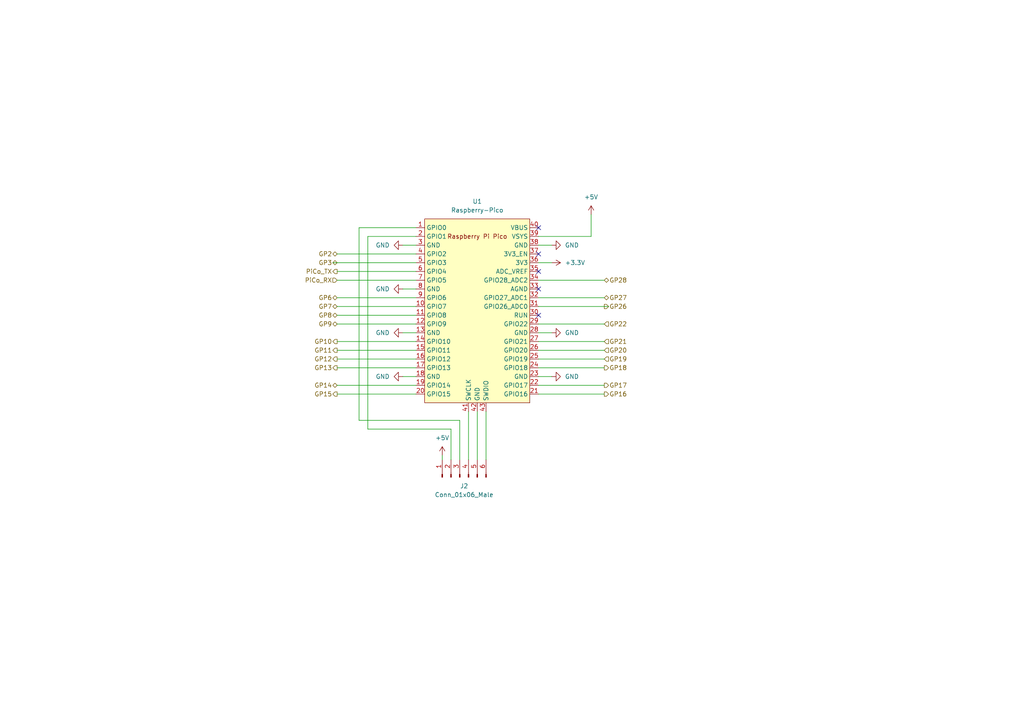
<source format=kicad_sch>
(kicad_sch (version 20211123) (generator eeschema)
  (paper "A4")
  (lib_symbols
    (symbol "Connector:Conn_01x06_Male" (pin_names (offset 1.016) hide)
      (property "Reference" "J" (at 0 7.62 0))
      (property "Value" "Conn_01x06_Male" (at 0 -10.16 0))
      (symbol "Conn_01x06_Male_1_1"
        (polyline (pts (xy 1.27 -7.62) (xy 0.8636 -7.62)) (stroke (width 0.1524)))
        (polyline (pts (xy 1.27 -5.08) (xy 0.8636 -5.08)) (stroke (width 0.1524)))
        (polyline (pts (xy 1.27 -2.54) (xy 0.8636 -2.54)) (stroke (width 0.1524)))
        (polyline (pts (xy 1.27 0) (xy 0.8636 0)) (stroke (width 0.1524)))
        (polyline (pts (xy 1.27 2.54) (xy 0.8636 2.54)) (stroke (width 0.1524)))
        (polyline (pts (xy 1.27 5.08) (xy 0.8636 5.08)) (stroke (width 0.1524)))
        (rectangle (start 0.8636 -7.493) (end 0 -7.747) (stroke (width 0.1524)) (fill (type outline)))
        (rectangle (start 0.8636 -4.953) (end 0 -5.207) (stroke (width 0.1524)) (fill (type outline)))
        (rectangle (start 0.8636 -2.413) (end 0 -2.667) (stroke (width 0.1524)) (fill (type outline)))
        (rectangle (start 0.8636 0.127) (end 0 -0.127) (stroke (width 0.1524)) (fill (type outline)))
        (rectangle (start 0.8636 2.667) (end 0 2.413) (stroke (width 0.1524)) (fill (type outline)))
        (rectangle (start 0.8636 5.207) (end 0 4.953) (stroke (width 0.1524)) (fill (type outline)))
        (pin passive line (at 5.08 5.08 180) (length 3.81) (name "Pin_1") (number "1"))
        (pin passive line (at 5.08 2.54 180) (length 3.81) (name "Pin_2") (number "2"))
        (pin passive line (at 5.08 0 180) (length 3.81) (name "Pin_3") (number "3"))
        (pin passive line (at 5.08 -2.54 180) (length 3.81) (name "Pin_4") (number "4"))
        (pin passive line (at 5.08 -5.08 180) (length 3.81) (name "Pin_5") (number "5"))
        (pin passive line (at 5.08 -7.62 180) (length 3.81) (name "Pin_6") (number "6"))
      )
    )
    (symbol "ene9ba_Library:Raspberry-Pico"
      (property "Reference" "U1" (at 0 31.75 0))
      (property "Value" "Raspberry-Pico" (at 0 29.21 0))
      (symbol "Raspberry-Pico_0_0"
        (text "Raspberry Pi Pico" (at 0 21.59 0) (effects (font (size 1.27 1.27))))
      )
      (symbol "Raspberry-Pico_0_1"
        (rectangle (start -15.24 26.67) (end 15.24 -26.67) (fill (type background)))
      )
      (symbol "Raspberry-Pico_1_1"
        (pin bidirectional line (at -17.78 24.13 0) (length 2.54) (name "GPIO0") (number "1"))
        (pin bidirectional line (at -17.78 1.27 0) (length 2.54) (name "GPIO7") (number "10"))
        (pin bidirectional line (at -17.78 -1.27 0) (length 2.54) (name "GPIO8") (number "11"))
        (pin bidirectional line (at -17.78 -3.81 0) (length 2.54) (name "GPIO9") (number "12"))
        (pin power_in line (at -17.78 -6.35 0) (length 2.54) (name "GND") (number "13"))
        (pin bidirectional line (at -17.78 -8.89 0) (length 2.54) (name "GPIO10") (number "14"))
        (pin bidirectional line (at -17.78 -11.43 0) (length 2.54) (name "GPIO11") (number "15"))
        (pin bidirectional line (at -17.78 -13.97 0) (length 2.54) (name "GPIO12") (number "16"))
        (pin bidirectional line (at -17.78 -16.51 0) (length 2.54) (name "GPIO13") (number "17"))
        (pin power_in line (at -17.78 -19.05 0) (length 2.54) (name "GND") (number "18"))
        (pin bidirectional line (at -17.78 -21.59 0) (length 2.54) (name "GPIO14") (number "19"))
        (pin bidirectional line (at -17.78 21.59 0) (length 2.54) (name "GPIO1") (number "2"))
        (pin bidirectional line (at -17.78 -24.13 0) (length 2.54) (name "GPIO15") (number "20"))
        (pin bidirectional line (at 17.78 -24.13 180) (length 2.54) (name "GPIO16") (number "21"))
        (pin bidirectional line (at 17.78 -21.59 180) (length 2.54) (name "GPIO17") (number "22"))
        (pin power_in line (at 17.78 -19.05 180) (length 2.54) (name "GND") (number "23"))
        (pin bidirectional line (at 17.78 -16.51 180) (length 2.54) (name "GPIO18") (number "24"))
        (pin bidirectional line (at 17.78 -13.97 180) (length 2.54) (name "GPIO19") (number "25"))
        (pin bidirectional line (at 17.78 -11.43 180) (length 2.54) (name "GPIO20") (number "26"))
        (pin bidirectional line (at 17.78 -8.89 180) (length 2.54) (name "GPIO21") (number "27"))
        (pin power_in line (at 17.78 -6.35 180) (length 2.54) (name "GND") (number "28"))
        (pin bidirectional line (at 17.78 -3.81 180) (length 2.54) (name "GPIO22") (number "29"))
        (pin power_in line (at -17.78 19.05 0) (length 2.54) (name "GND") (number "3"))
        (pin input line (at 17.78 -1.27 180) (length 2.54) (name "RUN") (number "30"))
        (pin bidirectional line (at 17.78 1.27 180) (length 2.54) (name "GPIO26_ADC0") (number "31"))
        (pin bidirectional line (at 17.78 3.81 180) (length 2.54) (name "GPIO27_ADC1") (number "32"))
        (pin power_in line (at 17.78 6.35 180) (length 2.54) (name "AGND") (number "33"))
        (pin bidirectional line (at 17.78 8.89 180) (length 2.54) (name "GPIO28_ADC2") (number "34"))
        (pin power_in line (at 17.78 11.43 180) (length 2.54) (name "ADC_VREF") (number "35"))
        (pin power_out line (at 17.78 13.97 180) (length 2.54) (name "3V3") (number "36"))
        (pin input line (at 17.78 16.51 180) (length 2.54) (name "3V3_EN") (number "37"))
        (pin bidirectional line (at 17.78 19.05 180) (length 2.54) (name "GND") (number "38"))
        (pin power_in line (at 17.78 21.59 180) (length 2.54) (name "VSYS") (number "39"))
        (pin bidirectional line (at -17.78 16.51 0) (length 2.54) (name "GPIO2") (number "4"))
        (pin power_in line (at 17.78 24.13 180) (length 2.54) (name "VBUS") (number "40"))
        (pin input line (at -2.54 -29.21 90) (length 2.54) (name "SWCLK") (number "41"))
        (pin power_in line (at 0 -29.21 90) (length 2.54) (name "GND") (number "42"))
        (pin bidirectional line (at 2.54 -29.21 90) (length 2.54) (name "SWDIO") (number "43"))
        (pin bidirectional line (at -17.78 13.97 0) (length 2.54) (name "GPIO3") (number "5"))
        (pin bidirectional line (at -17.78 11.43 0) (length 2.54) (name "GPIO4") (number "6"))
        (pin bidirectional line (at -17.78 8.89 0) (length 2.54) (name "GPIO5") (number "7"))
        (pin power_in line (at -17.78 6.35 0) (length 2.54) (name "GND") (number "8"))
        (pin bidirectional line (at -17.78 3.81 0) (length 2.54) (name "GPIO6") (number "9"))
      )
    )
    (symbol "power:+3.3V" (power) (pin_names (offset 0))
      (property "Value" "+3.3V" (at 0 3.556 0))
      (symbol "+3.3V_0_1"
        (polyline (pts (xy -0.762 1.27) (xy 0 2.54)))
        (polyline (pts (xy 0 0) (xy 0 2.54)))
        (polyline (pts (xy 0 2.54) (xy 0.762 1.27)))
      )
      (symbol "+3.3V_1_1"
        (pin power_in line (at 0 0 90) (length 0) hide (name "+3.3V") (number "1"))
      )
    )
    (symbol "power:+5V" (power) (pin_names (offset 0))
      (property "Value" "+5V" (at 0 3.556 0))
      (symbol "+5V_0_1"
        (polyline (pts (xy -0.762 1.27) (xy 0 2.54)))
        (polyline (pts (xy 0 0) (xy 0 2.54)))
        (polyline (pts (xy 0 2.54) (xy 0.762 1.27)))
      )
      (symbol "+5V_1_1"
        (pin power_in line (at 0 0 90) (length 0) hide (name "+5V") (number "1"))
      )
    )
    (symbol "power:GND" (power) (pin_names (offset 0))
      (property "Value" "GND" (at 0 -3.81 0))
      (symbol "GND_0_1"
        (polyline (pts (xy 0 0) (xy 0 -1.27) (xy 1.27 -1.27) (xy 0 -2.54) (xy -1.27 -1.27) (xy 0 -1.27)))
      )
      (symbol "GND_1_1"
        (pin power_in line (at 0 0 270) (length 0) hide (name "GND") (number "1"))
      )
    )
  )
  (no_connect (at 156.21 83.82))
  (no_connect (at 156.21 91.44))
  (no_connect (at 156.21 78.74))
  (no_connect (at 156.21 73.66))
  (no_connect (at 156.21 66.04))
  (wire (pts (xy 120.65 96.52) (xy 116.84 96.52)))
  (wire (pts (xy 97.79 114.3) (xy 120.65 114.3)))
  (wire (pts (xy 156.21 104.14) (xy 175.26 104.14)))
  (wire (pts (xy 97.79 86.36) (xy 120.65 86.36)))
  (wire (pts (xy 156.21 93.98) (xy 175.26 93.98)))
  (wire (pts (xy 160.02 76.2) (xy 156.21 76.2)))
  (wire (pts (xy 138.43 119.38) (xy 138.43 133.35)))
  (wire (pts (xy 156.21 86.36) (xy 175.26 86.36)))
  (wire (pts (xy 97.79 93.98) (xy 120.65 93.98)))
  (wire (pts (xy 97.79 106.68) (xy 120.65 106.68)))
  (wire (pts (xy 97.79 99.06) (xy 120.65 99.06)))
  (wire (pts (xy 106.68 68.58) (xy 106.68 124.46)))
  (wire (pts (xy 97.79 101.6) (xy 120.65 101.6)))
  (wire (pts (xy 120.65 68.58) (xy 106.68 68.58)))
  (wire (pts (xy 156.21 109.22) (xy 160.02 109.22)))
  (wire (pts (xy 130.81 124.46) (xy 130.81 133.35)))
  (wire (pts (xy 97.79 104.14) (xy 120.65 104.14)))
  (wire (pts (xy 97.79 91.44) (xy 120.65 91.44)))
  (wire (pts (xy 128.27 132.08) (xy 128.27 133.35)))
  (wire (pts (xy 156.21 114.3) (xy 175.26 114.3)))
  (wire (pts (xy 156.21 96.52) (xy 160.02 96.52)))
  (wire (pts (xy 97.79 73.66) (xy 120.65 73.66)))
  (wire (pts (xy 97.79 78.74) (xy 120.65 78.74)))
  (wire (pts (xy 104.14 66.04) (xy 104.14 121.92)))
  (wire (pts (xy 156.21 106.68) (xy 175.26 106.68)))
  (wire (pts (xy 135.89 119.38) (xy 135.89 133.35)))
  (wire (pts (xy 97.79 81.28) (xy 120.65 81.28)))
  (wire (pts (xy 133.35 121.92) (xy 133.35 133.35)))
  (wire (pts (xy 120.65 71.12) (xy 116.84 71.12)))
  (wire (pts (xy 120.65 83.82) (xy 116.84 83.82)))
  (wire (pts (xy 120.65 109.22) (xy 116.84 109.22)))
  (wire (pts (xy 156.21 88.9) (xy 176.53 88.9)))
  (wire (pts (xy 106.68 124.46) (xy 130.81 124.46)))
  (wire (pts (xy 97.79 88.9) (xy 120.65 88.9)))
  (wire (pts (xy 96.52 76.2) (xy 120.65 76.2)))
  (wire (pts (xy 97.79 111.76) (xy 120.65 111.76)))
  (wire (pts (xy 156.21 68.58) (xy 171.45 68.58)))
  (wire (pts (xy 156.21 101.6) (xy 175.26 101.6)))
  (wire (pts (xy 104.14 121.92) (xy 133.35 121.92)))
  (wire (pts (xy 140.97 119.38) (xy 140.97 133.35)))
  (wire (pts (xy 171.45 62.23) (xy 171.45 68.58)))
  (wire (pts (xy 156.21 99.06) (xy 175.26 99.06)))
  (wire (pts (xy 156.21 71.12) (xy 160.02 71.12)))
  (wire (pts (xy 156.21 111.76) (xy 175.26 111.76)))
  (wire (pts (xy 120.65 66.04) (xy 104.14 66.04)))
  (wire (pts (xy 156.21 81.28) (xy 175.26 81.28)))
  (hierarchical_label "PiCo_RX" (shape input) (at 97.79 81.28 180))
  (hierarchical_label "GP13" (shape output) (at 97.79 106.68 180))
  (hierarchical_label "GP20" (shape input) (at 175.26 101.6 0))
  (hierarchical_label "GP27" (shape bidirectional) (at 175.26 86.36 0))
  (hierarchical_label "GP12" (shape output) (at 97.79 104.14 180))
  (hierarchical_label "GP17" (shape output) (at 175.26 111.76 0))
  (hierarchical_label "GP7" (shape bidirectional) (at 97.79 88.9 180))
  (hierarchical_label "GP6" (shape bidirectional) (at 97.79 86.36 180))
  (hierarchical_label "GP18" (shape output) (at 175.26 106.68 0))
  (hierarchical_label "GP9" (shape bidirectional) (at 97.79 93.98 180))
  (hierarchical_label "GP16" (shape output) (at 175.26 114.3 0))
  (hierarchical_label "GP21" (shape input) (at 175.26 99.06 0))
  (hierarchical_label "GP14" (shape bidirectional) (at 97.79 111.76 180))
  (hierarchical_label "GP10" (shape output) (at 97.79 99.06 180))
  (hierarchical_label "GP11" (shape output) (at 97.79 101.6 180))
  (hierarchical_label "GP22" (shape input) (at 175.26 93.98 0))
  (hierarchical_label "GP2" (shape bidirectional) (at 97.79 73.66 180))
  (hierarchical_label "GP26" (shape output) (at 175.26 88.9 0))
  (hierarchical_label "GP15" (shape output) (at 97.79 114.3 180))
  (hierarchical_label "GP28" (shape bidirectional) (at 175.26 81.28 0))
  (hierarchical_label "PiCo_TX" (shape output) (at 97.79 78.74 180))
  (hierarchical_label "GP3" (shape bidirectional) (at 97.79 76.2 180))
  (hierarchical_label "GP8" (shape bidirectional) (at 97.79 91.44 180))
  (hierarchical_label "GP19" (shape input) (at 175.26 104.14 0))
  (symbol (lib_id "Connector:Conn_01x06_Male") (at 133.35 138.43 90) (unit 1)
    (property "Reference" "J2" (at 134.62 140.97 90))
    (property "Value" "Conn_01x06_Male" (at 134.62 143.51 90))
    (property "Footprint" "Connector_JST:JST_XH_B6B-XH-A_1x06_P2.50mm_Vertical" (effects hide))
    (property "LCSC Part" "C2908604" (effects hide))
  )
  (symbol (lib_id "ene9ba_Library:Raspberry-Pico") (at 138.43 90.17 0) (unit 1)
    (property "Reference" "U1" (at 138.43 58.42 0))
    (property "Value" "Raspberry-Pico" (at 138.43 60.96 0))
    (property "Footprint" "ene9ba_footprint:RPi_Pico_SMD_TH" (effects hide))
  )
  (symbol (lib_id "power:GND") (at 160.02 109.22 90) (unit 1)
    (property "Reference" "#PWR0116" (effects hide))
    (property "Value" "GND" (at 163.83 109.2199 90) (effects (justify right)))
  )
  (symbol (lib_id "power:+5V") (at 128.27 132.08 0) (unit 1)
    (property "Reference" "#PWR0118" (effects hide))
    (property "Value" "+5V" (at 128.27 127 0))
  )
  (symbol (lib_id "power:GND") (at 116.84 83.82 270) (unit 1)
    (property "Reference" "#PWR0122" (effects hide))
    (property "Value" "GND" (at 113.03 83.8201 90) (effects (justify right)))
  )
  (symbol (lib_id "power:GND") (at 116.84 96.52 270) (unit 1)
    (property "Reference" "#PWR0121" (effects hide))
    (property "Value" "GND" (at 113.03 96.5201 90) (effects (justify right)))
  )
  (symbol (lib_id "power:GND") (at 160.02 71.12 90) (unit 1)
    (property "Reference" "#PWR0119" (effects hide))
    (property "Value" "GND" (at 163.83 71.1199 90) (effects (justify right)))
  )
  (symbol (lib_id "power:GND") (at 160.02 96.52 90) (unit 1)
    (property "Reference" "#PWR0117" (effects hide))
    (property "Value" "GND" (at 163.83 96.5199 90) (effects (justify right)))
  )
  (symbol (lib_id "power:+5V") (at 171.45 62.23 0) (unit 1)
    (property "Reference" "#PWR0115" (effects hide))
    (property "Value" "+5V" (at 171.45 57.15 0))
  )
  (symbol (lib_id "power:GND") (at 116.84 71.12 270) (unit 1)
    (property "Reference" "#PWR0120" (effects hide))
    (property "Value" "GND" (at 113.03 71.1201 90) (effects (justify right)))
  )
  (symbol (lib_id "power:GND") (at 116.84 109.22 270) (unit 1)
    (property "Reference" "#PWR0123" (effects hide))
    (property "Value" "GND" (at 113.03 109.2201 90) (effects (justify right)))
  )
  (symbol (lib_id "power:+3.3V") (at 160.02 76.2 270) (unit 1)
    (property "Reference" "#PWR0105" (effects hide))
    (property "Value" "+3.3V" (at 163.83 76.1999 90) (effects (justify left)))
  )
)
</source>
